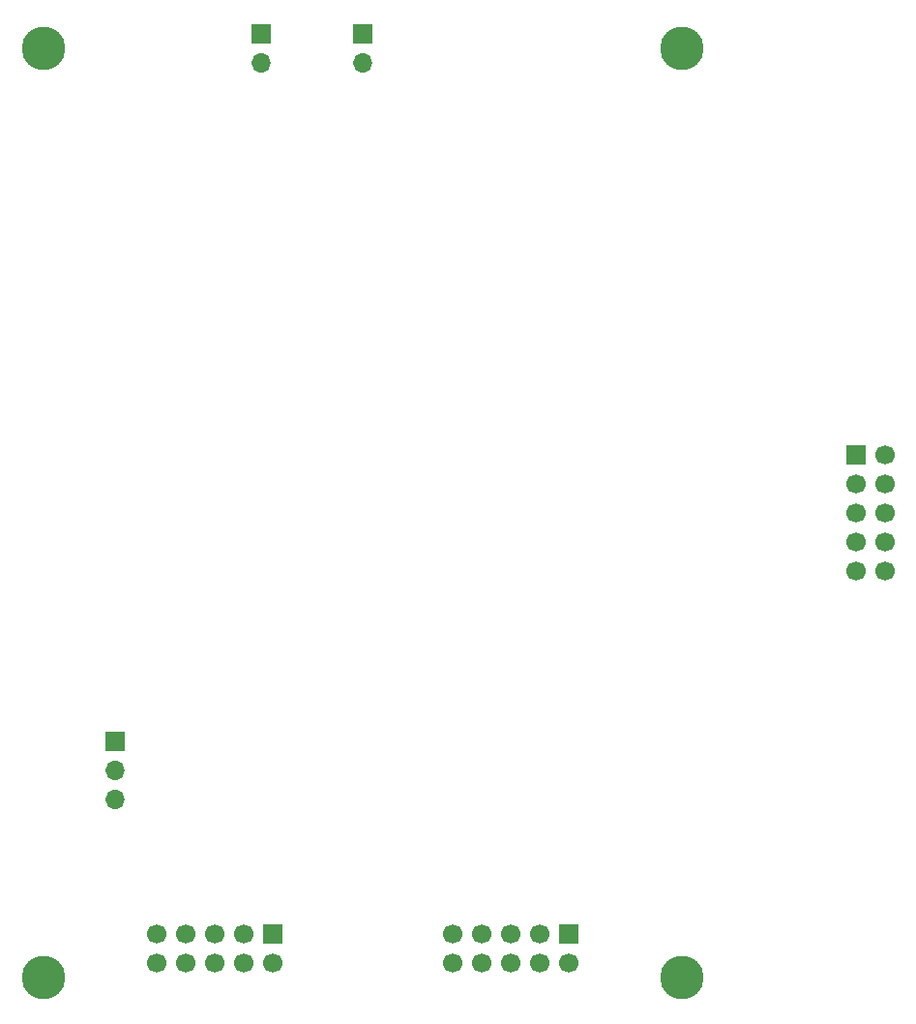
<source format=gbs>
%TF.GenerationSoftware,KiCad,Pcbnew,5.1.7-a382d34a8~87~ubuntu18.04.1*%
%TF.CreationDate,2021-05-06T09:45:46-07:00*%
%TF.ProjectId,multiplexer,6d756c74-6970-46c6-9578-65722e6b6963,rev?*%
%TF.SameCoordinates,Original*%
%TF.FileFunction,Soldermask,Bot*%
%TF.FilePolarity,Negative*%
%FSLAX46Y46*%
G04 Gerber Fmt 4.6, Leading zero omitted, Abs format (unit mm)*
G04 Created by KiCad (PCBNEW 5.1.7-a382d34a8~87~ubuntu18.04.1) date 2021-05-06 09:45:46*
%MOMM*%
%LPD*%
G01*
G04 APERTURE LIST*
%ADD10C,3.810000*%
%ADD11R,1.700000X1.700000*%
%ADD12O,1.700000X1.700000*%
%ADD13C,1.700000*%
G04 APERTURE END LIST*
D10*
%TO.C,M1*%
X80010000Y-80010000D03*
%TD*%
%TO.C,M2*%
X135890000Y-80010000D03*
%TD*%
%TO.C,M3*%
X135890000Y-161290000D03*
%TD*%
%TO.C,4-40*%
X80010000Y-161290000D03*
%TD*%
D11*
%TO.C,K1*%
X86309200Y-140589000D03*
D12*
X86309200Y-143129000D03*
X86309200Y-145669000D03*
%TD*%
D13*
%TO.C,P1*%
X89916000Y-160020000D03*
X89916000Y-157480000D03*
X92456000Y-160020000D03*
X92456000Y-157480000D03*
X94996000Y-160020000D03*
X94996000Y-157480000D03*
X97536000Y-160020000D03*
X97536000Y-157480000D03*
X100076000Y-160020000D03*
D11*
X100076000Y-157480000D03*
%TD*%
%TO.C,P2*%
X125984000Y-157480000D03*
D13*
X125984000Y-160020000D03*
X123444000Y-157480000D03*
X123444000Y-160020000D03*
X120904000Y-157480000D03*
X120904000Y-160020000D03*
X118364000Y-157480000D03*
X118364000Y-160020000D03*
X115824000Y-157480000D03*
X115824000Y-160020000D03*
%TD*%
D11*
%TO.C,P3*%
X107950000Y-78740000D03*
D12*
X107950000Y-81280000D03*
%TD*%
%TO.C,P4*%
X99060000Y-81280000D03*
D11*
X99060000Y-78740000D03*
%TD*%
%TO.C,P5*%
X151130000Y-115570000D03*
D13*
X153670000Y-115570000D03*
X151130000Y-118110000D03*
X153670000Y-118110000D03*
X151130000Y-120650000D03*
X153670000Y-120650000D03*
X151130000Y-123190000D03*
X153670000Y-123190000D03*
X151130000Y-125730000D03*
X153670000Y-125730000D03*
%TD*%
M02*

</source>
